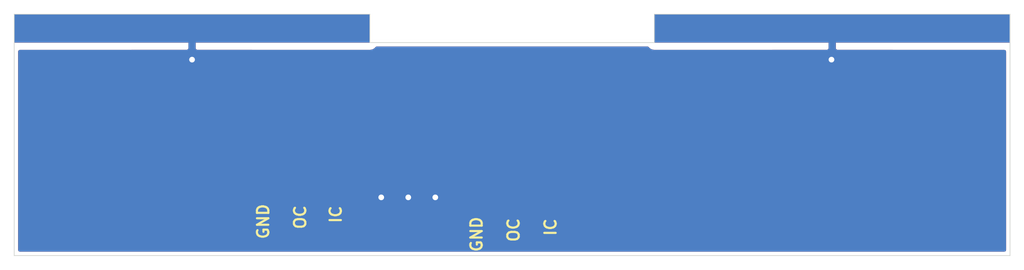
<source format=kicad_pcb>
(kicad_pcb (version 20171130) (host pcbnew "(5.1.10-1-10_14)")

  (general
    (thickness 1.6)
    (drawings 83)
    (tracks 19)
    (zones 0)
    (modules 6)
    (nets 4)
  )

  (page A4)
  (layers
    (0 F.Cu signal)
    (31 B.Cu signal)
    (32 B.Adhes user)
    (33 F.Adhes user)
    (34 B.Paste user)
    (35 F.Paste user)
    (36 B.SilkS user)
    (37 F.SilkS user)
    (38 B.Mask user)
    (39 F.Mask user)
    (40 Dwgs.User user hide)
    (41 Cmts.User user)
    (42 Eco1.User user)
    (43 Eco2.User user)
    (44 Edge.Cuts user)
    (45 Margin user)
    (46 B.CrtYd user hide)
    (47 F.CrtYd user hide)
    (48 B.Fab user hide)
    (49 F.Fab user hide)
  )

  (setup
    (last_trace_width 0.25)
    (trace_clearance 0.2)
    (zone_clearance 0.25)
    (zone_45_only no)
    (trace_min 0.2)
    (via_size 0.8)
    (via_drill 0.4)
    (via_min_size 0.4)
    (via_min_drill 0.3)
    (uvia_size 0.3)
    (uvia_drill 0.1)
    (uvias_allowed no)
    (uvia_min_size 0.2)
    (uvia_min_drill 0.1)
    (edge_width 0.05)
    (segment_width 0.2)
    (pcb_text_width 0.3)
    (pcb_text_size 1.5 1.5)
    (mod_edge_width 0.12)
    (mod_text_size 1 1)
    (mod_text_width 0.15)
    (pad_size 1.524 1.524)
    (pad_drill 0.762)
    (pad_to_mask_clearance 0)
    (aux_axis_origin 0 0)
    (visible_elements FFFFFFFF)
    (pcbplotparams
      (layerselection 0x010fc_ffffffff)
      (usegerberextensions false)
      (usegerberattributes true)
      (usegerberadvancedattributes true)
      (creategerberjobfile true)
      (excludeedgelayer true)
      (linewidth 0.100000)
      (plotframeref false)
      (viasonmask false)
      (mode 1)
      (useauxorigin false)
      (hpglpennumber 1)
      (hpglpenspeed 20)
      (hpglpendiameter 15.000000)
      (psnegative false)
      (psa4output false)
      (plotreference true)
      (plotvalue true)
      (plotinvisibletext false)
      (padsonsilk false)
      (subtractmaskfromsilk false)
      (outputformat 1)
      (mirror false)
      (drillshape 1)
      (scaleselection 1)
      (outputdirectory ""))
  )

  (net 0 "")
  (net 1 GND)
  (net 2 /OC)
  (net 3 /IC)

  (net_class Default "This is the default net class."
    (clearance 0.2)
    (trace_width 0.25)
    (via_dia 0.8)
    (via_drill 0.4)
    (uvia_dia 0.3)
    (uvia_drill 0.1)
    (add_net /IC)
    (add_net /OC)
    (add_net GND)
  )

  (module cycfi_library:single-pad-25x2 (layer F.Cu) (tedit 6158F2A5) (tstamp 61595235)
    (at 107.5 103)
    (path /615907E2)
    (fp_text reference H4 (at 0 2.54) (layer F.SilkS) hide
      (effects (font (size 1 1) (thickness 0.15)))
    )
    (fp_text value single_pad_smd (at 0 -2.54) (layer F.Fab)
      (effects (font (size 1 1) (thickness 0.15)))
    )
    (pad 1 smd rect (at 0 0) (size 25 2) (layers F.Cu F.Paste F.Mask)
      (net 1 GND))
  )

  (module cycfi_library:single-pad-25x2 (layer B.Cu) (tedit 6158F2A5) (tstamp 61595230)
    (at 107.5 103)
    (path /61591675)
    (fp_text reference H3 (at 0 -2.54) (layer B.SilkS) hide
      (effects (font (size 1 1) (thickness 0.15)) (justify mirror))
    )
    (fp_text value single_pad_smd (at 0 2.54) (layer B.Fab)
      (effects (font (size 1 1) (thickness 0.15)) (justify mirror))
    )
    (pad 1 smd rect (at 0 0) (size 25 2) (layers B.Cu B.Paste B.Mask)
      (net 1 GND))
  )

  (module cycfi_library:single-pad-25x2 (layer F.Cu) (tedit 6158F2A5) (tstamp 615952B2)
    (at 152.5 103)
    (path /61591B80)
    (fp_text reference H2 (at 0 2.54) (layer F.SilkS) hide
      (effects (font (size 1 1) (thickness 0.15)))
    )
    (fp_text value single_pad_smd (at 0 -2.54) (layer F.Fab)
      (effects (font (size 1 1) (thickness 0.15)))
    )
    (pad 1 smd rect (at 0 0) (size 25 2) (layers F.Cu F.Paste F.Mask)
      (net 1 GND))
  )

  (module cycfi_library:single-pad-25x2 (layer B.Cu) (tedit 6158F2A5) (tstamp 6159561C)
    (at 152.5 103)
    (path /61592051)
    (fp_text reference H1 (at 0 -2.54) (layer B.SilkS) hide
      (effects (font (size 1 1) (thickness 0.15)) (justify mirror))
    )
    (fp_text value single_pad_smd (at 0 2.54) (layer B.Fab)
      (effects (font (size 1 1) (thickness 0.15)) (justify mirror))
    )
    (pad 1 smd rect (at 0 0) (size 25 2) (layers B.Cu B.Paste B.Mask)
      (net 1 GND))
  )

  (module cycfi_library:xr2-coil-connector-square (layer F.Cu) (tedit 6158F6EE) (tstamp 615957C3)
    (at 130 115)
    (path /615174B9)
    (fp_text reference J2 (at 4.7 0) (layer F.SilkS) hide
      (effects (font (size 1 1) (thickness 0.15)))
    )
    (fp_text value Conn_01x03 (at 0 -3.81) (layer F.Fab)
      (effects (font (size 1 1) (thickness 0.15)))
    )
    (fp_text user GND (at -2.5 2.5 90) (layer F.SilkS)
      (effects (font (size 0.8 0.8) (thickness 0.15)))
    )
    (fp_text user OC (at 0.1 2.2 90) (layer F.SilkS)
      (effects (font (size 0.8 0.8) (thickness 0.15)))
    )
    (fp_text user IC (at 2.7 2 90) (layer F.SilkS)
      (effects (font (size 0.8 0.8) (thickness 0.15)))
    )
    (pad 3 smd rect (at 2.54 0) (size 1.5 2) (layers F.Cu F.Paste F.Mask)
      (net 3 /IC))
    (pad 2 smd rect (at 0 0) (size 1.5 2) (layers F.Cu F.Paste F.Mask)
      (net 2 /OC))
    (pad 1 smd rect (at -2.54 0) (size 1.5 2) (layers F.Cu F.Paste F.Mask)
      (net 1 GND))
  )

  (module cycfi_library:xr2-coil-connector-square (layer F.Cu) (tedit 6158F6EE) (tstamp 61595A94)
    (at 115 114)
    (path /6158F194)
    (fp_text reference J1 (at -4.6 -0.1) (layer F.SilkS) hide
      (effects (font (size 1 1) (thickness 0.15)))
    )
    (fp_text value Conn_01x03 (at 0 -3.81) (layer F.Fab)
      (effects (font (size 1 1) (thickness 0.15)))
    )
    (fp_text user GND (at -2.5 2.6 90) (layer F.SilkS)
      (effects (font (size 0.8 0.8) (thickness 0.15)))
    )
    (fp_text user OC (at 0.1 2.3 90) (layer F.SilkS)
      (effects (font (size 0.8 0.8) (thickness 0.15)))
    )
    (fp_text user IC (at 2.6 2.1 90) (layer F.SilkS)
      (effects (font (size 0.8 0.8) (thickness 0.15)))
    )
    (pad 3 smd rect (at 2.54 0) (size 1.5 2) (layers F.Cu F.Paste F.Mask)
      (net 3 /IC))
    (pad 2 smd rect (at 0 0) (size 1.5 2) (layers F.Cu F.Paste F.Mask)
      (net 2 /OC))
    (pad 1 smd rect (at -2.54 0) (size 1.5 2) (layers F.Cu F.Paste F.Mask)
      (net 1 GND))
  )

  (gr_line (start 115.75 115) (end 114.25 115) (layer Dwgs.User) (width 0.05))
  (gr_line (start 115.75 113) (end 115.75 115) (layer Dwgs.User) (width 0.05))
  (gr_line (start 115.75 113) (end 114.25 113) (layer Dwgs.User) (width 0.05))
  (gr_line (start 118.29 115) (end 116.79 113) (layer Dwgs.User) (width 0.05))
  (gr_line (start 118.29 113) (end 116.79 115) (layer Dwgs.User) (width 0.05))
  (gr_line (start 116.79 113) (end 116.79 115) (layer Dwgs.User) (width 0.05))
  (gr_arc (start 130 711.999999) (end 165 100) (angle -6.546308166) (layer Dwgs.User) (width 0.05))
  (gr_line (start 95 100) (end 95 102) (layer Dwgs.User) (width 0.05))
  (gr_line (start 165 102) (end 165 100) (layer Dwgs.User) (width 0.05))
  (gr_line (start 95 104) (end 95 119) (layer Dwgs.User) (width 0.05))
  (gr_line (start 95 119) (end 165 119) (layer Dwgs.User) (width 0.05))
  (gr_line (start 140 104) (end 120 104) (layer Dwgs.User) (width 0.05))
  (gr_line (start 165 119) (end 165 104) (layer Dwgs.User) (width 0.05))
  (gr_line (start 118.29 115) (end 116.79 115) (layer Dwgs.User) (width 0.05))
  (gr_line (start 116.79 113) (end 118.29 113) (layer Dwgs.User) (width 0.05))
  (gr_line (start 116.79 115) (end 116.79 113) (layer Dwgs.User) (width 0.05))
  (gr_line (start 118.29 113) (end 118.29 115) (layer Dwgs.User) (width 0.05))
  (gr_line (start 114.25 115) (end 114.25 113) (layer Dwgs.User) (width 0.05))
  (gr_line (start 115.75 115) (end 114.25 115) (layer Dwgs.User) (width 0.05))
  (gr_line (start 115.75 113) (end 115.75 115) (layer Dwgs.User) (width 0.05))
  (gr_line (start 114.25 113) (end 115.75 113) (layer Dwgs.User) (width 0.05))
  (gr_line (start 131.79 114) (end 133.29 114) (layer Dwgs.User) (width 0.05))
  (gr_line (start 131.79 116) (end 131.79 114) (layer Dwgs.User) (width 0.05))
  (gr_line (start 133.29 116) (end 131.79 116) (layer Dwgs.User) (width 0.05))
  (gr_line (start 133.29 114) (end 133.29 116) (layer Dwgs.User) (width 0.05))
  (gr_line (start 113.21 113) (end 113.21 115) (layer Dwgs.User) (width 0.05))
  (gr_line (start 111.71 113) (end 113.21 113) (layer Dwgs.User) (width 0.05))
  (gr_line (start 111.71 115) (end 111.71 113) (layer Dwgs.User) (width 0.05))
  (gr_line (start 113.21 115) (end 111.71 115) (layer Dwgs.User) (width 0.05))
  (gr_line (start 129.25 114) (end 130.75 114) (layer Dwgs.User) (width 0.05))
  (gr_line (start 130.75 116) (end 129.25 116) (layer Dwgs.User) (width 0.05))
  (gr_line (start 118.29 113) (end 116.79 113) (layer Dwgs.User) (width 0.05))
  (gr_line (start 118.29 115) (end 116.79 115) (layer Dwgs.User) (width 0.05))
  (gr_line (start 118.29 113) (end 118.29 115) (layer Dwgs.User) (width 0.05))
  (gr_line (start 111.71 115) (end 113.21 115) (layer Dwgs.User) (width 0.05))
  (gr_line (start 128.21 116) (end 126.71 114) (layer Dwgs.User) (width 0.05))
  (gr_line (start 128.21 114) (end 126.71 116) (layer Dwgs.User) (width 0.05))
  (gr_line (start 126.71 114) (end 126.71 116) (layer Dwgs.User) (width 0.05))
  (gr_line (start 128.21 116) (end 126.71 116) (layer Dwgs.User) (width 0.05))
  (gr_line (start 128.21 114) (end 128.21 116) (layer Dwgs.User) (width 0.05))
  (gr_line (start 128.21 114) (end 126.71 114) (layer Dwgs.User) (width 0.05))
  (gr_line (start 130.75 116) (end 129.25 114) (layer Dwgs.User) (width 0.05))
  (gr_line (start 130.75 114) (end 129.25 116) (layer Dwgs.User) (width 0.05))
  (gr_line (start 129.25 114) (end 129.25 116) (layer Dwgs.User) (width 0.05))
  (gr_line (start 130.75 116) (end 129.25 116) (layer Dwgs.User) (width 0.05))
  (gr_line (start 130.75 114) (end 130.75 116) (layer Dwgs.User) (width 0.05))
  (gr_line (start 133.29 116) (end 131.79 114) (layer Dwgs.User) (width 0.05))
  (gr_line (start 133.29 114) (end 131.79 116) (layer Dwgs.User) (width 0.05))
  (gr_line (start 131.79 114) (end 131.79 116) (layer Dwgs.User) (width 0.05))
  (gr_line (start 133.29 116) (end 131.79 116) (layer Dwgs.User) (width 0.05))
  (gr_line (start 133.29 114) (end 133.29 116) (layer Dwgs.User) (width 0.05))
  (gr_line (start 133.29 114) (end 131.79 114) (layer Dwgs.User) (width 0.05))
  (gr_line (start 130.75 114) (end 129.25 114) (layer Dwgs.User) (width 0.05))
  (gr_line (start 113.21 115) (end 111.71 113) (layer Dwgs.User) (width 0.05))
  (gr_line (start 113.21 113) (end 111.71 115) (layer Dwgs.User) (width 0.05))
  (gr_line (start 111.71 113) (end 111.71 115) (layer Dwgs.User) (width 0.05))
  (gr_line (start 113.21 113) (end 113.21 115) (layer Dwgs.User) (width 0.05))
  (gr_line (start 95 102) (end 95 104) (layer Dwgs.User) (width 0.05))
  (gr_line (start 95 104) (end 120 104) (layer Dwgs.User) (width 0.05))
  (gr_line (start 140 104) (end 165 104) (layer Dwgs.User) (width 0.05))
  (gr_line (start 128.21 114) (end 128.21 116) (layer Dwgs.User) (width 0.05))
  (gr_line (start 126.71 114) (end 128.21 114) (layer Dwgs.User) (width 0.05))
  (gr_line (start 126.71 116) (end 126.71 114) (layer Dwgs.User) (width 0.05))
  (gr_line (start 120 104) (end 120 102) (layer Dwgs.User) (width 0.05))
  (gr_line (start 120 102) (end 95 102) (layer Dwgs.User) (width 0.05))
  (gr_line (start 113.21 113) (end 111.71 113) (layer Dwgs.User) (width 0.05))
  (gr_line (start 115.75 115) (end 114.25 113) (layer Dwgs.User) (width 0.05))
  (gr_line (start 115.75 113) (end 114.25 115) (layer Dwgs.User) (width 0.05))
  (gr_line (start 114.25 113) (end 114.25 115) (layer Dwgs.User) (width 0.05))
  (gr_line (start 130.75 114) (end 130.75 116) (layer Dwgs.User) (width 0.05))
  (gr_line (start 129.25 116) (end 129.25 114) (layer Dwgs.User) (width 0.05))
  (gr_line (start 128.21 116) (end 126.71 116) (layer Dwgs.User) (width 0.05))
  (gr_line (start 165 104) (end 165 102) (layer Dwgs.User) (width 0.05))
  (gr_line (start 165 102) (end 140 102) (layer Dwgs.User) (width 0.05))
  (gr_line (start 140 102) (end 140 104) (layer Dwgs.User) (width 0.05))
  (gr_line (start 95 119) (end 95 102) (layer Edge.Cuts) (width 0.05) (tstamp 61595357))
  (gr_line (start 165 119) (end 95 119) (layer Edge.Cuts) (width 0.05))
  (gr_line (start 165 102) (end 165 119) (layer Edge.Cuts) (width 0.05))
  (gr_line (start 140 102) (end 165 102) (layer Edge.Cuts) (width 0.05))
  (gr_line (start 140 104) (end 140 102) (layer Edge.Cuts) (width 0.05))
  (gr_line (start 120 104) (end 140 104) (layer Edge.Cuts) (width 0.05))
  (gr_line (start 120 102) (end 120 104) (layer Edge.Cuts) (width 0.05))
  (gr_line (start 95 102) (end 120 102) (layer Edge.Cuts) (width 0.05))

  (via (at 107.5 105.2) (size 0.8) (drill 0.4) (layers F.Cu B.Cu) (net 1))
  (segment (start 107.5 103) (end 107.5 105.2) (width 0.25) (layer F.Cu) (net 1))
  (segment (start 107.5 105.2) (end 107.5 103) (width 0.25) (layer B.Cu) (net 1))
  (via (at 152.45 105.2) (size 0.8) (drill 0.4) (layers F.Cu B.Cu) (net 1) (tstamp 61595C53))
  (segment (start 152.45 103) (end 152.45 105.2) (width 0.25) (layer B.Cu) (net 1) (tstamp 61595C50))
  (segment (start 152.45 105.2) (end 152.45 103) (width 0.25) (layer F.Cu) (net 1) (tstamp 61595C4D))
  (via (at 122.7 114.9) (size 0.8) (drill 0.4) (layers F.Cu B.Cu) (net 1))
  (via (at 124.6 114.9) (size 0.8) (drill 0.4) (layers F.Cu B.Cu) (net 1))
  (via (at 120.8 114.9) (size 0.8) (drill 0.4) (layers F.Cu B.Cu) (net 1))
  (segment (start 115 114) (end 115 113.15) (width 0.25) (layer F.Cu) (net 2))
  (segment (start 115 113.15) (end 115.6 112.55) (width 0.25) (layer F.Cu) (net 2))
  (segment (start 115.6 112.55) (end 128.7 112.55) (width 0.25) (layer F.Cu) (net 2))
  (segment (start 130 113.85) (end 130 115) (width 0.25) (layer F.Cu) (net 2))
  (segment (start 128.7 112.55) (end 130 113.85) (width 0.25) (layer F.Cu) (net 2))
  (segment (start 117.54 114) (end 117.54 115.79) (width 0.25) (layer F.Cu) (net 3))
  (segment (start 117.54 115.79) (end 119 117.25) (width 0.25) (layer F.Cu) (net 3))
  (segment (start 119 117.25) (end 131.25 117.25) (width 0.25) (layer F.Cu) (net 3))
  (segment (start 132.54 115.96) (end 132.54 115) (width 0.25) (layer F.Cu) (net 3))
  (segment (start 131.25 117.25) (end 132.54 115.96) (width 0.25) (layer F.Cu) (net 3))

  (zone (net 1) (net_name GND) (layer B.Cu) (tstamp 61595C66) (hatch edge 0.508)
    (connect_pads (clearance 0.25))
    (min_thickness 0.254)
    (fill yes (arc_segments 32) (thermal_gap 0.508) (thermal_bridge_width 0.508))
    (polygon
      (pts
        (xy 166 120) (xy 94 120) (xy 94 101) (xy 166 101)
      )
    )
    (filled_polygon
      (pts
        (xy 107.627 102.873) (xy 119.598 102.873) (xy 119.598001 103.127) (xy 107.627 103.127) (xy 107.627 104.47625)
        (xy 107.78575 104.635) (xy 120 104.638072) (xy 120.124482 104.625812) (xy 120.24418 104.589502) (xy 120.354494 104.530537)
        (xy 120.451185 104.451185) (xy 120.49155 104.402) (xy 139.50845 104.402) (xy 139.548815 104.451185) (xy 139.645506 104.530537)
        (xy 139.75582 104.589502) (xy 139.875518 104.625812) (xy 140 104.638072) (xy 152.21425 104.635) (xy 152.373 104.47625)
        (xy 152.373 103.127) (xy 140.402 103.127) (xy 140.402 102.873) (xy 152.373 102.873) (xy 152.373 102.402)
        (xy 152.627 102.402) (xy 152.627 102.873) (xy 164.598 102.873) (xy 164.598 103.127) (xy 152.627 103.127)
        (xy 152.627 104.47625) (xy 152.78575 104.635) (xy 164.598 104.637971) (xy 164.598001 118.598) (xy 95.402 118.598)
        (xy 95.402 104.637971) (xy 107.21425 104.635) (xy 107.373 104.47625) (xy 107.373 103.127) (xy 95.402 103.127)
        (xy 95.402 102.873) (xy 107.373 102.873) (xy 107.373 102.402) (xy 107.627 102.402)
      )
    )
  )
  (zone (net 1) (net_name GND) (layer F.Cu) (tstamp 61595C63) (hatch edge 0.508)
    (connect_pads (clearance 0.25))
    (min_thickness 0.254)
    (fill yes (arc_segments 32) (thermal_gap 0.508) (thermal_bridge_width 0.508))
    (polygon
      (pts
        (xy 166 120) (xy 94 120) (xy 94 101) (xy 166 101)
      )
    )
    (filled_polygon
      (pts
        (xy 107.627 102.873) (xy 119.598 102.873) (xy 119.598001 103.127) (xy 107.627 103.127) (xy 107.627 104.47625)
        (xy 107.78575 104.635) (xy 120 104.638072) (xy 120.124482 104.625812) (xy 120.24418 104.589502) (xy 120.354494 104.530537)
        (xy 120.451185 104.451185) (xy 120.49155 104.402) (xy 139.50845 104.402) (xy 139.548815 104.451185) (xy 139.645506 104.530537)
        (xy 139.75582 104.589502) (xy 139.875518 104.625812) (xy 140 104.638072) (xy 152.21425 104.635) (xy 152.373 104.47625)
        (xy 152.373 103.127) (xy 140.402 103.127) (xy 140.402 102.873) (xy 152.373 102.873) (xy 152.373 102.402)
        (xy 152.627 102.402) (xy 152.627 102.873) (xy 164.598 102.873) (xy 164.598 103.127) (xy 152.627 103.127)
        (xy 152.627 104.47625) (xy 152.78575 104.635) (xy 164.598 104.637971) (xy 164.598001 118.598) (xy 95.402 118.598)
        (xy 95.402 115) (xy 111.071928 115) (xy 111.084188 115.124482) (xy 111.120498 115.24418) (xy 111.179463 115.354494)
        (xy 111.258815 115.451185) (xy 111.355506 115.530537) (xy 111.46582 115.589502) (xy 111.585518 115.625812) (xy 111.71 115.638072)
        (xy 112.17425 115.635) (xy 112.333 115.47625) (xy 112.333 114.127) (xy 112.587 114.127) (xy 112.587 115.47625)
        (xy 112.74575 115.635) (xy 113.21 115.638072) (xy 113.334482 115.625812) (xy 113.45418 115.589502) (xy 113.564494 115.530537)
        (xy 113.661185 115.451185) (xy 113.740537 115.354494) (xy 113.799502 115.24418) (xy 113.835812 115.124482) (xy 113.848072 115)
        (xy 113.845 114.28575) (xy 113.68625 114.127) (xy 112.587 114.127) (xy 112.333 114.127) (xy 111.23375 114.127)
        (xy 111.075 114.28575) (xy 111.071928 115) (xy 95.402 115) (xy 95.402 113) (xy 111.071928 113)
        (xy 111.075 113.71425) (xy 111.23375 113.873) (xy 112.333 113.873) (xy 112.333 112.52375) (xy 112.587 112.52375)
        (xy 112.587 113.873) (xy 113.68625 113.873) (xy 113.845 113.71425) (xy 113.848072 113) (xy 113.871176 113)
        (xy 113.871176 115) (xy 113.878455 115.073905) (xy 113.900012 115.14497) (xy 113.935019 115.210463) (xy 113.982131 115.267869)
        (xy 114.039537 115.314981) (xy 114.10503 115.349988) (xy 114.176095 115.371545) (xy 114.25 115.378824) (xy 115.75 115.378824)
        (xy 115.823905 115.371545) (xy 115.89497 115.349988) (xy 115.960463 115.314981) (xy 116.017869 115.267869) (xy 116.064981 115.210463)
        (xy 116.099988 115.14497) (xy 116.121545 115.073905) (xy 116.128824 115) (xy 116.128824 113.052) (xy 116.411176 113.052)
        (xy 116.411176 115) (xy 116.418455 115.073905) (xy 116.440012 115.14497) (xy 116.475019 115.210463) (xy 116.522131 115.267869)
        (xy 116.579537 115.314981) (xy 116.64503 115.349988) (xy 116.716095 115.371545) (xy 116.79 115.378824) (xy 117.038001 115.378824)
        (xy 117.038001 115.765347) (xy 117.035573 115.79) (xy 117.045265 115.888409) (xy 117.07397 115.983036) (xy 117.120584 116.070245)
        (xy 117.167601 116.127535) (xy 117.167604 116.127538) (xy 117.183317 116.146684) (xy 117.202463 116.162397) (xy 118.627607 117.587543)
        (xy 118.643316 117.606684) (xy 118.662456 117.622392) (xy 118.662464 117.6224) (xy 118.713074 117.663934) (xy 118.719755 117.669417)
        (xy 118.806964 117.716031) (xy 118.901591 117.744736) (xy 118.975347 117.752) (xy 118.975357 117.752) (xy 119 117.754427)
        (xy 119.024643 117.752) (xy 131.225357 117.752) (xy 131.25 117.754427) (xy 131.274643 117.752) (xy 131.274653 117.752)
        (xy 131.348409 117.744736) (xy 131.443036 117.716031) (xy 131.530245 117.669417) (xy 131.606684 117.606684) (xy 131.622401 117.587533)
        (xy 132.831111 116.378824) (xy 133.29 116.378824) (xy 133.363905 116.371545) (xy 133.43497 116.349988) (xy 133.500463 116.314981)
        (xy 133.557869 116.267869) (xy 133.604981 116.210463) (xy 133.639988 116.14497) (xy 133.661545 116.073905) (xy 133.668824 116)
        (xy 133.668824 114) (xy 133.661545 113.926095) (xy 133.639988 113.85503) (xy 133.604981 113.789537) (xy 133.557869 113.732131)
        (xy 133.500463 113.685019) (xy 133.43497 113.650012) (xy 133.363905 113.628455) (xy 133.29 113.621176) (xy 131.79 113.621176)
        (xy 131.716095 113.628455) (xy 131.64503 113.650012) (xy 131.579537 113.685019) (xy 131.522131 113.732131) (xy 131.475019 113.789537)
        (xy 131.440012 113.85503) (xy 131.418455 113.926095) (xy 131.411176 114) (xy 131.411176 116) (xy 131.418455 116.073905)
        (xy 131.440012 116.14497) (xy 131.475019 116.210463) (xy 131.522131 116.267869) (xy 131.522167 116.267899) (xy 131.042066 116.748)
        (xy 119.207936 116.748) (xy 118.459935 116) (xy 126.071928 116) (xy 126.084188 116.124482) (xy 126.120498 116.24418)
        (xy 126.179463 116.354494) (xy 126.258815 116.451185) (xy 126.355506 116.530537) (xy 126.46582 116.589502) (xy 126.585518 116.625812)
        (xy 126.71 116.638072) (xy 127.17425 116.635) (xy 127.333 116.47625) (xy 127.333 115.127) (xy 127.587 115.127)
        (xy 127.587 116.47625) (xy 127.74575 116.635) (xy 128.21 116.638072) (xy 128.334482 116.625812) (xy 128.45418 116.589502)
        (xy 128.564494 116.530537) (xy 128.661185 116.451185) (xy 128.740537 116.354494) (xy 128.799502 116.24418) (xy 128.835812 116.124482)
        (xy 128.848072 116) (xy 128.845 115.28575) (xy 128.68625 115.127) (xy 127.587 115.127) (xy 127.333 115.127)
        (xy 126.23375 115.127) (xy 126.075 115.28575) (xy 126.071928 116) (xy 118.459935 116) (xy 118.042 115.582066)
        (xy 118.042 115.378824) (xy 118.29 115.378824) (xy 118.363905 115.371545) (xy 118.43497 115.349988) (xy 118.500463 115.314981)
        (xy 118.557869 115.267869) (xy 118.604981 115.210463) (xy 118.639988 115.14497) (xy 118.661545 115.073905) (xy 118.668824 115)
        (xy 118.668824 114) (xy 126.071928 114) (xy 126.075 114.71425) (xy 126.23375 114.873) (xy 127.333 114.873)
        (xy 127.333 113.52375) (xy 127.587 113.52375) (xy 127.587 114.873) (xy 128.68625 114.873) (xy 128.845 114.71425)
        (xy 128.848072 114) (xy 128.835812 113.875518) (xy 128.799502 113.75582) (xy 128.740537 113.645506) (xy 128.661185 113.548815)
        (xy 128.564494 113.469463) (xy 128.45418 113.410498) (xy 128.334482 113.374188) (xy 128.21 113.361928) (xy 127.74575 113.365)
        (xy 127.587 113.52375) (xy 127.333 113.52375) (xy 127.17425 113.365) (xy 126.71 113.361928) (xy 126.585518 113.374188)
        (xy 126.46582 113.410498) (xy 126.355506 113.469463) (xy 126.258815 113.548815) (xy 126.179463 113.645506) (xy 126.120498 113.75582)
        (xy 126.084188 113.875518) (xy 126.071928 114) (xy 118.668824 114) (xy 118.668824 113.052) (xy 128.492066 113.052)
        (xy 129.095285 113.655221) (xy 129.039537 113.685019) (xy 128.982131 113.732131) (xy 128.935019 113.789537) (xy 128.900012 113.85503)
        (xy 128.878455 113.926095) (xy 128.871176 114) (xy 128.871176 116) (xy 128.878455 116.073905) (xy 128.900012 116.14497)
        (xy 128.935019 116.210463) (xy 128.982131 116.267869) (xy 129.039537 116.314981) (xy 129.10503 116.349988) (xy 129.176095 116.371545)
        (xy 129.25 116.378824) (xy 130.75 116.378824) (xy 130.823905 116.371545) (xy 130.89497 116.349988) (xy 130.960463 116.314981)
        (xy 131.017869 116.267869) (xy 131.064981 116.210463) (xy 131.099988 116.14497) (xy 131.121545 116.073905) (xy 131.128824 116)
        (xy 131.128824 114) (xy 131.121545 113.926095) (xy 131.099988 113.85503) (xy 131.064981 113.789537) (xy 131.017869 113.732131)
        (xy 130.960463 113.685019) (xy 130.89497 113.650012) (xy 130.823905 113.628455) (xy 130.75 113.621176) (xy 130.446903 113.621176)
        (xy 130.419417 113.569754) (xy 130.3724 113.512464) (xy 130.372392 113.512456) (xy 130.356684 113.493316) (xy 130.337543 113.477607)
        (xy 129.072401 112.212467) (xy 129.056684 112.193316) (xy 128.980245 112.130583) (xy 128.893036 112.083969) (xy 128.798409 112.055264)
        (xy 128.724653 112.048) (xy 128.724643 112.048) (xy 128.7 112.045573) (xy 128.675357 112.048) (xy 115.624642 112.048)
        (xy 115.599999 112.045573) (xy 115.575356 112.048) (xy 115.575347 112.048) (xy 115.501591 112.055264) (xy 115.406964 112.083969)
        (xy 115.319755 112.130583) (xy 115.243316 112.193316) (xy 115.227603 112.212462) (xy 114.81889 112.621176) (xy 114.25 112.621176)
        (xy 114.176095 112.628455) (xy 114.10503 112.650012) (xy 114.039537 112.685019) (xy 113.982131 112.732131) (xy 113.935019 112.789537)
        (xy 113.900012 112.85503) (xy 113.878455 112.926095) (xy 113.871176 113) (xy 113.848072 113) (xy 113.835812 112.875518)
        (xy 113.799502 112.75582) (xy 113.740537 112.645506) (xy 113.661185 112.548815) (xy 113.564494 112.469463) (xy 113.45418 112.410498)
        (xy 113.334482 112.374188) (xy 113.21 112.361928) (xy 112.74575 112.365) (xy 112.587 112.52375) (xy 112.333 112.52375)
        (xy 112.17425 112.365) (xy 111.71 112.361928) (xy 111.585518 112.374188) (xy 111.46582 112.410498) (xy 111.355506 112.469463)
        (xy 111.258815 112.548815) (xy 111.179463 112.645506) (xy 111.120498 112.75582) (xy 111.084188 112.875518) (xy 111.071928 113)
        (xy 95.402 113) (xy 95.402 104.637971) (xy 107.21425 104.635) (xy 107.373 104.47625) (xy 107.373 103.127)
        (xy 95.402 103.127) (xy 95.402 102.873) (xy 107.373 102.873) (xy 107.373 102.402) (xy 107.627 102.402)
      )
    )
  )
)

</source>
